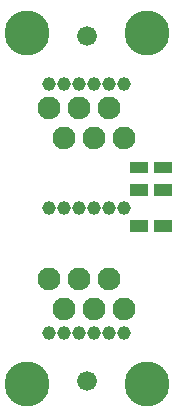
<source format=gbr>
G04 start of page 6 for group -4062 idx -4062 *
G04 Title: (unknown), soldermask *
G04 Creator: pcb 20110918 *
G04 CreationDate: Sat 02 Feb 2013 07:41:18 PM GMT UTC *
G04 For: petersen *
G04 Format: Gerber/RS-274X *
G04 PCB-Dimensions: 63000 140000 *
G04 PCB-Coordinate-Origin: lower left *
%MOIN*%
%FSLAX25Y25*%
%LNBOTTOMMASK*%
%ADD51R,0.0297X0.0297*%
%ADD50C,0.1500*%
%ADD49C,0.0660*%
%ADD48C,0.0460*%
%ADD47C,0.0760*%
G54D47*X44000Y93500D03*
X39000Y103500D03*
X34000Y93500D03*
X29000Y103500D03*
X24000Y93500D03*
X19000Y103500D03*
G54D48*X44000Y70000D03*
X39000D03*
X34000D03*
X29000D03*
X24000D03*
X19000D03*
Y28500D03*
G54D47*Y46500D03*
G54D48*X24000Y28500D03*
G54D47*Y36500D03*
X29000Y46500D03*
X34000Y36500D03*
X39000Y46500D03*
X44000Y36500D03*
G54D48*X29000Y28500D03*
G54D49*X31500Y12500D03*
G54D50*X11500Y11500D03*
X51500D03*
G54D48*X34000Y28500D03*
X39000D03*
X44000D03*
G54D50*X51500Y128500D03*
G54D49*X31500Y127500D03*
G54D50*X11500Y128500D03*
G54D48*X44000Y111500D03*
X39000D03*
X34000D03*
X29000D03*
X24000D03*
X19000D03*
G54D51*X55500Y83893D02*Y83107D01*
X58468Y83893D02*Y83107D01*
X47516Y76393D02*Y75607D01*
X50484Y76393D02*Y75607D01*
X47516Y83893D02*Y83107D01*
X50484Y83893D02*Y83107D01*
X55516Y76393D02*Y75607D01*
X58484Y76393D02*Y75607D01*
X55516Y64393D02*Y63607D01*
X58484Y64393D02*Y63607D01*
X47516Y64393D02*Y63607D01*
X50484Y64393D02*Y63607D01*
M02*

</source>
